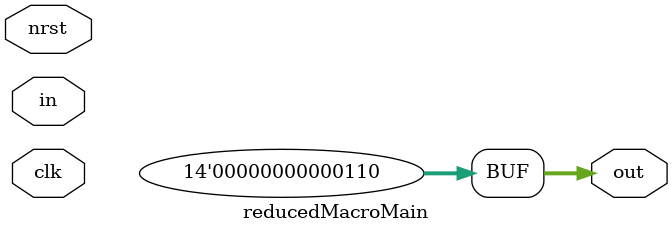
<source format=sv>
module reducedMacroMain 
(

`ifdef USE_POWER_PINS
    inout vccd1,	// User area 1 1.8V supply
    inout vssd1,	// User area 1 digital ground
`endif

  input  logic        clk, nrst,
  input  logic [9:0]  in,
  output logic [13:0] out
);

  assign out = 14'd6;

endmodule
</source>
